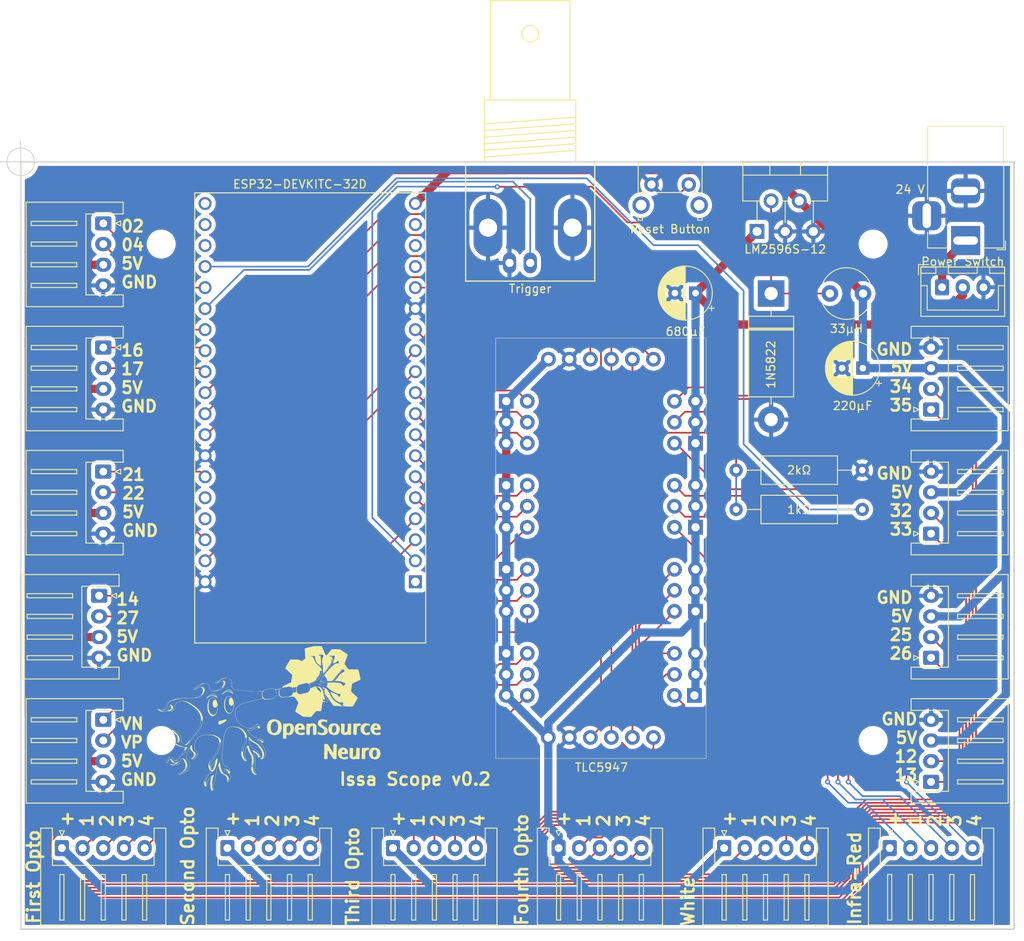
<source format=kicad_pcb>
(kicad_pcb (version 20221018) (generator pcbnew)
  (layers (0 "F.Cu" signal) (31 "B.Cu" signal) (34 "B.Paste" user) (35 "F.Paste" user) (36 "B.SilkS" user "B.Silkscreen") (37 "F.SilkS" user "F.Silkscreen") (38 "B.Mask" user) (39 "F.Mask" user) (44 "Edge.Cuts" user))
  (net 0 "")
  (net 1 "GNDREF")
  (net 2 "5V")
  (net 3 "Net-(D1-K)")
  (net 4 "Trigger")
  (net 5 "Net-(J36-Pad1)")
  (net 6 "3.3V")
  (net 7 "Net-(U1-EN)")
  (net 8 "Sensor_VP")
  (net 9 "Sensor_VN")
  (net 10 "GPIO34")
  (net 11 "GPIO35")
  (net 12 "GPIO32")
  (net 13 "GPIO33")
  (net 14 "GPIO25")
  (net 15 "GPIO26")
  (net 16 "GPIO27")
  (net 17 "GPIO14")
  (net 18 "GPIO12")
  (net 19 "GPIO13")
  (net 23 "MOSI")
  (net 24 "GPIO22")
  (net 27 "GPIO21")
  (net 28 "MISO")
  (net 29 "CLK")
  (net 30 "Latch")
  (net 31 "GPIO17")
  (net 32 "GPIO16")
  (net 33 "GPIO4")
  (net 34 "GPIO2")
  (net 38 "OE")
  (net 39 "FirstOpto1")
  (net 40 "FirstOpto2")
  (net 41 "FirstOpto3")
  (net 42 "FirstOpto4")
  (net 43 "SecondOpto1")
  (net 44 "SecondOpto2")
  (net 45 "SecondOpto3")
  (net 46 "SecondOpto4")
  (net 47 "ThirdOpto1")
  (net 48 "ThirdOpto2")
  (net 49 "ThirdOpto3")
  (net 50 "ThirdOpto4")
  (net 51 "FourthOpto1")
  (net 52 "FourthOpto2")
  (net 53 "FourthOpto3")
  (net 54 "FourthOpto4")
  (net 55 "White1")
  (net 56 "White2")
  (net 57 "White3")
  (net 58 "White4")
  (net 59 "IR1")
  (net 60 "IR2")
  (net 61 "IR3")
  (net 62 "IR4")
  (net 63 "VCC")
  (net 64 "Net-(U1-IO15)")
  (footprint "Connector_JST:JST_XH_S4B-XH-A_1x04_P2.50mm_Horizontal" (layer "F.Cu") (at 85 57.5 -90)
    (fp_text reference "J34")
    (fp_text value "Conn_01x04_Socket")
  )
  (footprint "Connector_JST:JST_XH_S4B-XH-A_1x04_P2.50mm_Horizontal" (layer "F.Cu") (at 185 125 90)
    (fp_text reference "J31")
    (fp_text value "Conn_01x04_Socket")
  )
  (footprint "MountingHole:MountingHole_3mm" (layer "F.Cu") (at 178 60)
    (fp_text reference "H2")
    (fp_text value "MountingHole")
  )
  (footprint "Connector_JST:JST_XH_S5B-XH-A_1x05_P2.50mm_Horizontal" (layer "F.Cu") (at 180 133)
    (fp_text reference "J6")
    (fp_text value "Conn_01x05_Socket")
  )
  (footprint "Connector_JST:JST_XH_S4B-XH-A_1x04_P2.50mm_Horizontal" (layer "F.Cu") (at 85 72.5 -90)
    (fp_text reference "J33")
    (fp_text value "Conn_01x04_Socket")
  )
  (footprint "Capacitor_THT:CP_Radial_D6.3mm_P2.50mm" (layer "F.Cu") (at 176.75738 75 180)
    (fp_text reference "C2")
    (fp_text value "220μF")
  )
  (footprint "Connector_BarrelJack:BarrelJack_Horizontal" (layer "F.Cu") (at 189.175 59.575 -90)
    (fp_text reference "J36")
    (fp_text value "24 V")
  )
  (footprint "Connector_JST:JST_XH_S5B-XH-A_1x05_P2.50mm_Horizontal" (layer "F.Cu") (at 140 133)
    (fp_text reference "J4")
    (fp_text value "Conn_01x05_Socket")
  )
  (footprint "Connector_JST:JST_XH_S5B-XH-A_1x05_P2.50mm_Horizontal" (layer "F.Cu") (at 160 133)
    (fp_text reference "J5")
    (fp_text value "Conn_01x05_Socket")
  )
  (footprint "Connector_JST:JST_XH_B3B-XH-A_1x03_P2.50mm_Vertical" (layer "F.Cu") (at 186.325 65.225)
    (fp_text reference "SW1")
    (fp_text value "Power Switch")
  )
  (footprint "Maxime:Spiky175h" (layer "F.Cu") (at 104.675 117.3)
    (fp_text reference "G***")
    (fp_text value "LOGO" hide)
  )
  (footprint "Connector_JST:JST_XH_S5B-XH-A_1x05_P2.50mm_Horizontal" (layer "F.Cu") (at 80 133)
    (fp_text reference "J1")
    (fp_text value "Conn_01x05_Socket")
  )
  (footprint "Resistor_THT:R_Axial_DIN0309_L9.0mm_D3.2mm_P15.24mm_Horizontal" (layer "F.Cu") (at 176.69 92.075 180)
    (fp_text reference "R1")
    (fp_text value "1kΩ")
  )
  (footprint "MountingHole:MountingHole_3mm" (layer "F.Cu") (at 178 120)
    (fp_text reference "H3")
    (fp_text value "MountingHole")
  )
  (footprint "Connector_JST:JST_XH_S4B-XH-A_1x04_P2.50mm_Horizontal" (layer "F.Cu") (at 185 110 90)
    (fp_text reference "J29")
    (fp_text value "Conn_01x04_Socket")
  )
  (footprint "Inductor_THT:L_Radial_D6.0mm_P4.00mm" (layer "F.Cu") (at 172.775 65.975)
    (fp_text reference "L1")
    (fp_text value "33μH")
  )
  (footprint "MountingHole:MountingHole_3mm" (layer "F.Cu") (at 92 60)
    (fp_text reference "H1")
    (fp_text value "MountingHole")
  )
  (footprint "Maxime:BNC_Socket_TYCO-AMP_LargePads" (layer "F.Cu") (at 136.575 57.275)
    (fp_text reference "J26")
    (fp_text value "Trigger")
  )
  (footprint "Connector_JST:JST_XH_S4B-XH-A_1x04_P2.50mm_Horizontal" (layer "F.Cu") (at 185 95 90)
    (fp_text reference "J28")
    (fp_text value "Conn_01x04_Socket")
  )
  (footprint "Capacitor_THT:CP_Radial_D6.3mm_P2.50mm" (layer "F.Cu") (at 156.55 65.925 180)
    (fp_text reference "C1")
    (fp_text value "680μF")
  )
  (footprint "Maxime:Maxi_TLC5947" (layer "F.Cu") (at 145.11 96.77)
    (fp_text reference "U2")
    (fp_text value "TLC5947")
  )
  (footprint "Package_TO_SOT_THT:TO-220-5_P3.4x3.7mm_StaggerOdd_Lead3.8mm_Vertical" (layer "F.Cu") (at 163.975 58.475)
    (fp_text reference "U3")
    (fp_text value "LM2596S-12")
  )
  (footprint "Connector_JST:JST_XH_S4B-XH-A_1x04_P2.50mm_Horizontal" (layer "F.Cu") (at 84.5 102.5 -90)
    (fp_text reference "J30")
    (fp_text value "Conn_01x04_Socket")
  )
  (footprint "Connector_JST:JST_XH_S4B-XH-A_1x04_P2.50mm_Horizontal" (layer "F.Cu") (at 185 80 90)
    (fp_text reference "J27")
    (fp_text value "Conn_01x04_Socket")
  )
  (footprint "Diode_THT:D_DO-201AD_P15.24mm_Horizontal" (layer "F.Cu") (at 165.675 65.975 -90)
    (fp_text reference "D1")
    (fp_text value "1N5822")
  )
  (footprint "MountingHole:MountingHole_3mm" (layer "F.Cu") (at 92 120)
    (fp_text reference "H4")
    (fp_text value "MountingHole")
  )
  (footprint "Maxime:MODULE_ESP32-DEVKITC-32D" (layer "F.Cu") (at 110 81.06 180)
    (fp_text reference "U1")
    (fp_text value "ESP32-DEVKITC-32D")
  )
  (footprint "Connector_JST:JST_XH_S5B-XH-A_1x05_P2.50mm_Horizontal" (layer "F.Cu") (at 120 133)
    (fp_text reference "J3")
    (fp_text value "Conn_01x05_Socket")
  )
  (footprint "Connector_JST:JST_XH_S5B-XH-A_1x05_P2.50mm_Horizontal" (layer "F.Cu") (at 100 133)
    (fp_text reference "J2")
    (fp_text value "Conn_01x05_Socket")
  )
  (footprint "Resistor_THT:R_Axial_DIN0309_L9.0mm_D3.2mm_P15.24mm_Horizontal" (layer "F.Cu") (at 176.69 87.325 180)
    (fp_text reference "R2")
    (fp_text value "2kΩ")
  )
  (footprint "Connector_JST:JST_XH_S4B-XH-A_1x04_P2.50mm_Horizontal" (layer "F.Cu") (at 85 87.5 -90)
    (fp_text reference "J32")
    (fp_text value "Conn_01x04_Socket")
  )
  (footprint "Button_Switch_THT:SW_Tactile_SPST_Angled_PTS645Vx39-2LFS" (layer "F.Cu") (at 151.225 52.8)
    (fp_text reference "SW2")
    (fp_text value "Reset Button")
  )
  (footprint "Connector_JST:JST_XH_S4B-XH-A_1x04_P2.50mm_Horizontal" (layer "F.Cu") (at 85 117.5 -90)
    (fp_text reference "J35")
    (fp_text value "Conn_01x04_Socket")
  )
  (gr_line (start 75.025 130.05) (end 75.025 50.05) (stroke (width 0.1)) (layer "Edge.Cuts"))
  (gr_rect (start 75.025 50.05) (end 195.025 142.8) (stroke (width 0.2)) (fill none) (layer "Edge.Cuts"))
  (gr_line (start 75.025 50.05) (end 195.025 50.05) (stroke (width 0.1)) (layer "Edge.Cuts"))
  (gr_line (start 195.025 50.05) (end 195.025 130.05) (stroke (width 0.1)) (layer "Edge.Cuts"))
  (gr_text "GND\n5V\n12\n13" (at 183.5 125) (layer "F.SilkS") (effects (font (size 1.4 1.4) (thickness 0.3) bold) (justify right bottom)))
  (gr_text "14\n27\n5V\nGND" (at 86.425 110.525) (layer "F.SilkS") (effects (font (size 1.4 1.4) (thickness 0.3) bold) (justify left bottom)))
  (gr_text "GND\n5V\n25\n26" (at 182.9 110.3) (layer "F.SilkS") (effects (font (size 1.4 1.4) (thickness 0.3) bold) (justify right bottom)))
  (gr_text "Fourth Opto" (at 136.425 142.525 90) (layer "F.SilkS") (effects (font (size 1.5 1.5) (thickness 0.3) bold) (justify left bottom)))
  (gr_text "+\n1\n2\n3\n4" (at 131.14 130.59 90) (layer "F.SilkS") (effects (font (size 1.5 1.5) (thickness 0.3) bold) (justify left bottom)))
  (gr_text "White" (at 156.5 142.6 90) (layer "F.SilkS") (effects (font (size 1.5 1.5) (thickness 0.3) bold) (justify left bottom)))
  (gr_text "16\n17\n5V\nGND" (at 87 80.425) (layer "F.SilkS") (effects (font (size 1.4 1.4) (thickness 0.3) bold) (justify left bottom)))
  (gr_text "Second Opto" (at 96.075 142.525 90) (layer "F.SilkS") (effects (font (size 1.5 1.5) (thickness 0.3) bold) (justify left bottom)))
  (gr_text "+\n1\n2\n3\n4" (at 171.14 130.59 90) (layer "F.SilkS") (effects (font (size 1.5 1.5) (thickness 0.3) bold) (justify left bottom)))
  (gr_text "+\n1\n2\n3\n4" (at 191.14 130.59 90) (layer "F.SilkS") (effects (font (size 1.5 1.5) (thickness 0.3) bold) (justify left bottom)))
  (gr_text "GND\n5V\n32\n33" (at 182.9 95.3) (layer "F.SilkS") (effects (font (size 1.4 1.4) (thickness 0.3) bold) (justify right bottom)))
  (gr_text "Third Opto" (at 116 142.475 90) (layer "F.SilkS") (effects (font (size 1.5 1.5) (thickness 0.3) bold) (justify left bottom)))
  (gr_text "+\n1\n2\n3\n4" (at 151.14 130.59 90) (layer "F.SilkS") (effects (font (size 1.5 1.5) (thickness 0.3) bold) (justify left bottom)))
  (gr_text "+\n1\n2\n3\n4" (at 91.14 130.59 90) (layer "F.SilkS") (effects (font (size 1.5 1.5) (thickness 0.3) bold) (justify left bottom)))
  (gr_text "VN\nVP\n5V\nGND" (at 86.975 125.55) (layer "F.SilkS") (effects (font (size 1.4 1.4) (thickness 0.3) bold) (justify left bottom)))
  (gr_text "+\n1\n2\n3\n4" (at 111.14 130.59 90) (layer "F.SilkS") (effects (font (size 1.5 1.5) (thickness 0.3) bold) (justify left bottom)))
  (gr_text "Issa Scope v0.2" (at 113.375 125.55) (layer "F.SilkS") (effects (font (size 1.5 1.5) (thickness 0.3) bold) (justify left bottom)))
  (gr_text "02\n04\n5V\nGND" (at 87.025 65.425) (layer "F.SilkS") (effects (font (size 1.4 1.4) (thickness 0.3) bold) (justify left bottom)))
  (gr_text "21\n22\n5V\nGND" (at 87.125 95.45) (layer "F.SilkS") (effects (font (size 1.4 1.4) (thickness 0.3) bold) (justify left bottom)))
  (gr_text "Infra-Red" (at 176.625 142.45 90) (layer "F.SilkS") (effects (font (size 1.5 1.5) (thickness 0.3) bold) (justify left bottom)))
  (gr_text "GND\n5V\n34\n35" (at 182.9 80.3) (layer "F.SilkS") (effects (font (size 1.4 1.4) (thickness 0.3) bold) (justify right bottom)))
  (gr_text "First Opto" (at 77.44 142.31 90) (layer "F.SilkS") (effects (font (size 1.5 1.5) (thickness 0.3) bold) (justify left bottom)))
  (target plus (at 75.025 50.05) (size 5) (width 0.1) (layer "Edge.Cuts"))
  (segment (start 76.025 58.025) (end 76.025 56.975) (width 1) (layer "F.Cu") (net 2))
  (segment (start 76.025 86.45) (end 76.025 86.95) (width 1) (layer "F.Cu") (net 2))
  (segment (start 81.1 107.5) (end 84.5 107.5) (width 1) (layer "F.Cu") (net 2))
  (segment (start 133.6 51.05) (end 126.75 51.05) (width 1) (layer "F.Cu") (net 2))
  (segment (start 76.025 73.025) (end 76.025 86.45) (width 1) (layer "F.Cu") (net 2))
  (segment (start 76.025 71.375) (end 76.025 72.35) (width 1) (layer "F.Cu") (net 2))
  (segment (start 126.75 51.05) (end 122.7 55.1) (width 1) (layer "F.Cu") (net 2))
  (segment (start 76.025 71.375) (end 76.025 73.025) (width 1) (layer "F.Cu") (net 2))
  (segment (start 81.6 122.5) (end 85 122.5) (width 1) (layer "F.Cu") (net 2))
  (segment (start 81.175 77.5) (end 85 77.5) (width 1) (layer "F.Cu") (net 2))
  (segment (start 76.025 88.025) (end 76.025 101.325) (width 1) (layer "F.Cu") (net 2))
  (segment (start 76.025 101.325) (end 76.025 103.025) (width 1) (layer "F.Cu") (net 2))
  (segment (start 81.575 92.5) (end 85 92.5) (width 1) (layer "F.Cu") (net 2))
  (segment (start 76.025 56.975) (end 76.025 55.025) (width 1) (layer "F.Cu") (net 2))
  (segment (start 76.025 103.025) (end 76.025 111.875) (width 1) (layer "F.Cu") (net 2))
  (segment (start 81.55 62.5) (end 76.025 56.975) (width 1) (layer "F.Cu") (net 2))
  (segment (start 173.325 59.025) (end 173.325 62.525) (width 1) (layer "F.Cu") (net 2))
  (segment (start 76.025 58.025) (end 76.025 60.95) (width 1) (layer "F.Cu") (net 2))
  (segment (start 76.025 86.95) (end 81.575 92.5) (width 1) (layer "F.Cu") (net 2))
  (segment (start 85 62.5) (end 81.55 62.5) (width 1) (layer "F.Cu") (net 2))
  (segment (start 76.025 60.95) (end 76.025 71.375) (width 1) (layer "F.Cu") (net 2))
  (segment (start 76.025 102.425) (end 81.1 107.5) (width 1) (layer "F.Cu") (net 2))
  (segment (start 76.025 55.025) (end 80 51.05) (width 1) (layer "F.Cu") (net 2))
  (segment (start 169.075 54.775) (end 173.325 59.025) (width 1) (layer "F.Cu") (net 2))
  (segment (start 76.025 72.35) (end 81.175 77.5) (width 1) (layer "F.Cu") (net 2))
  (segment (start 173.325 62.525) (end 176.775 65.975) (width 1) (layer "F.Cu") (net 2))
  (segment (start 80 51.05) (end 133.6 51.05) (width 1) (layer "F.Cu") (net 2))
  (segment (start 76.025 101.325) (end 76.025 102.425) (width 1) (layer "F.Cu") (net 2))
  (segment (start 76.025 113.975) (end 76.025 116.925) (width 1) (layer "F.Cu") (net 2))
  (segment (start 165.35 51.05) (end 169.075 54.775) (width 1) (layer "F.Cu") (net 2))
  (segment (start 76.025 111.875) (end 76.025 113.975) (width 1) (layer "F.Cu") (net 2))
  (segment (start 76.025 116.925) (end 81.6 122.5) (width 1) (layer "F.Cu") (net 2))
  (segment (start 76.025 86.45) (end 76.025 88.025) (width 1) (layer "F.Cu") (net 2))
  (segment (start 133.6 51.05) (end 165.35 51.05) (width 1) (layer "F.Cu") (net 2))
  (segment (start 194.025 99.475) (end 188.5 105) (width 1) (layer "B.Cu") (net 2))
  (segment (start 194.025 105.975) (end 194.025 113.95) (width 1) (layer "B.Cu") (net 2))
  (segment (start 176.75738 75) (end 176.75738 65.99262) (width 1) (layer "B.Cu") (net 2))
  (segment (start 185 75) (end 176.75738 75) (width 1) (layer "B.Cu") (net 2))
  (segment (start 188.5 105) (end 185 105) (width 1) (layer "B.Cu") (net 2))
  (segment (start 194.025 113.95) (end 194.025 114.45) (width 1) (layer "B.Cu") (net 2))
  (segment (start 194.025 82.175) (end 194.025 98.9) (width 1) (layer "B.Cu") (net 2))
  (segment (start 185 75) (end 188.525 75) (width 1) (layer "B.Cu") (net 2))
  (segment (start 194.025 114.45) (end 188.475 120) (width 1) (layer "B.Cu") (net 2))
  (segment (start 188.475 120) (end 185 120) (width 1) (layer "B.Cu") (net 2))
  (segment (start 194.025 80.5) (end 194.025 82.175) (width 1) (layer "B.Cu") (net 2))
  (segment (start 176.75738 65.99262) (end 176.775 65.975) (width 1) (layer "B.Cu") (net 2))
  (segment (start 194.025 98.9) (end 194.025 99.475) (width 1) (layer "B.Cu") (net 2))
  (segment (start 188.525 75) (end 194.025 80.5) (width 1) (layer "B.Cu") (net 2))
  (segment (start 188.275 90) (end 194.025 84.25) (width 1) (layer "B.Cu") (net 2))
  (segment (start 185 90) (end 188.275 90) (width 1) (layer "B.Cu") (net 2))
  (segment (start 194.025 84.25) (end 194.025 82.175) (width 1) (layer "B.Cu") (net 2))
  (segment (start 194.025 98.9) (end 194.025 105.975) (width 1) (layer "B.Cu") (net 2))
  (segment (start 165.675 65.975) (end 172.775 65.975) (width 0.2) (layer "F.Cu") (net 3))
  (segment (start 165.675 54.775) (end 165.675 65.975) (width 0.2) (layer "F.Cu") (net 3))
  (segment (start 97.3 67.8) (end 101.98 63.12) (width 0.2) (layer "B.Cu") (net 4))
  (segment (start 134.475 52.45) (end 136.575 54.55) (width 0.2) (layer "B.Cu") (net 4))
  (segment (start 120.559315 52.45) (end 134.475 52.45) (width 0.2) (layer "B.Cu") (net 4))
  (segment (start 101.98 63.12) (end 109.889314 63.12) (width 0.2) (layer "B.Cu") (net 4))
  (segment (start 136.575 54.55) (end 136.575 62.27626) (width 0.2) (layer "B.Cu") (net 4))
  (segment (start 109.889314 63.12) (end 120.559315 52.45) (width 0.2) (layer "B.Cu") (net 4))
  (segment (start 186.325 62.425) (end 189.175 59.575) (width 1) (layer "F.Cu") (net 5))
  (segment (start 186.325 65.225) (end 186.325 62.425) (width 1) (layer "F.Cu") (net 5))
  (segment (start 132.6 53.075) (end 144.025 53.075) (width 0.2) (layer "F.Cu") (net 7))
  (segment (start 148.3375 57.3875) (end 151.1375 57.3875) (width 0.2) (layer "F.Cu") (net 7))
  (segment (start 144.1875 53.2375) (end 144.3375 53.3875) (width 0.2) (layer "F.Cu") (net 7))
  (segment (start 144.3375 53.3875) (end 148.3375 57.3875) (width 0.2) (layer "F.Cu") (net 7))
  (segment (start 144.025 53.075) (end 144.3375 53.3875) (width 0.2) (layer "F.Cu") (net 7))
  (segment (start 151.1375 57.3875) (end 155.725 52.8) (width 0.2) (layer "F.Cu") (net 7))
  (via (at 132.6 53.075) (size 0.6) (drill 0.3) (layers "F.Cu" "B.Cu") (net 7))
  (segment (start 120.525 53.05) (end 117.5 56.075) (width 0.2) (layer "B.Cu") (net 7))
  (segment (start 132.6 53.075) (end 120.525 53.05) (width 0.2) (layer "B.Cu") (net 7))
  (segment (start 117.5 93.08) (end 122.7 98.28) (width 0.2) (layer "B.Cu") (net 7))
  (segment (start 117.5 56.075) (end 117.5 93.08) (width 0.2) (layer "B.Cu") (net 7))
  (segment (start 132.575 53.05) (end 132.6 53.075) (width 0.2) (layer "B.Cu") (net 7))
  (segment (start 95.925 109.1) (end 96.575 108.45) (width 0.2) (layer "F.Cu") (net 8))
  (segment (start 109.99 108.45) (end 122.7 95.74) (width 0.2) (layer "F.Cu") (net 8))
  (segment (start 96.575 108.45) (end 109.99 108.45) (width 0.2) (layer "F.Cu") (net 8))
  (segment (start 85 120) (end 95.9 109.1) (width 0.2) (layer "F.Cu") (net 8))
  (segment (start 95.9 109.1) (end 95.925 109.1) (width 0.2) (layer "F.Cu") (net 8))
  (segment (start 94.45 108.05) (end 85 117.5) (width 0.2) (layer "F.Cu") (net 9))
  (segment (start 122.7 93.2) (end 107.85 108.05) (width 0.2) (layer "F.Cu") (net 9))
  (segment (start 107.85 108.05) (end 94.45 108.05) (width 0.2) (layer "F.Cu") (net 9))
  (segment (start 178.3 129.925) (end 176.75 131.475) (width 0.2) (layer "F.Cu") (net 10))
  (segment (start 136.877455 139.774996) (end 136.877451 139.775) (width 0.2) (layer "F.Cu") (net 10))
  (segment (start 125.525 93.485) (end 122.7 90.66) (width 0.2) (layer "F.Cu") (net 10))
  (segment (start 185 77.5) (end 190.425 82.925) (width 0.2) (layer "F.Cu") (net 10))
  (segment (start 174.325 139.775) (end 136.877455 139.774996) (width 0.2) (layer "F.Cu") (net 10))
  (segment (start 176.75 131.475) (end 176.75 137.35) (width 0.2) (layer "F.Cu") (net 10))
  (segment (start 79.862256 139.775) (end 75.85 135.76274) (width 0.2) (layer "F.Cu") (net 10))
  (segment (start 187.859802 129.925) (end 178.3 129.925) (width 0.2) (layer "F.Cu") (net 10))
  (segment (start 176.75 137.35) (end 174.325 139.775) (width 0.2) (layer "F.Cu") (net 10))
  (segment (start 190.425 82.925) (end 190.424998 127.359804) (width 0.2) (layer "F.Cu") (net 10))
  (segment (start 125.525 103.186772) (end 125.525 93.485) (width 0.2) (layer "F.Cu") (net 10))
  (segment (start 136.877451 139.775) (end 79.862256 139.775) (width 0.2) (layer "F.Cu") (net 10))
  (segment (start 75.85 135.76274) (end 75.85 131.015198) (width 0.2) (layer "F.Cu") (net 10))
  (segment (start 75.85 131.015198) (end 80.490205 126.375) (width 0.2) (layer "F.Cu") (net 10))
  (segment (start 80.490205 126.375) (end 102.33677 126.375) (width 0.2) (layer "F.Cu") (net 10))
  (segment (start 190.424998 127.359804) (end 187.859802 129.925) (width 0.2) (layer "F.Cu") (net 10))
  (segment (start 102.33677 126.375) (end 125.525 103.186772) (width 0.2) (layer "F.Cu") (net 10))
  (segment (start 80.027942 139.375) (end 76.25 135.597055) (width 0.2) (layer "F.Cu") (net 11))
  (segment (start 190.025 85.025) (end 190.025 127.194116) (width 0.2) (layer "F.Cu") (net 11))
  (segment (start 185 80) (end 190.025 85.025) (width 0.2) (layer "F.Cu") (net 11))
  (segment (start 76.25 135.597055) (end 76.25 131.180884) (width 0.2) (layer "F.Cu") (net 11))
  (segment (start 125.925 103.352458) (end 125.925 91.345) (width 0.2) (layer "F.Cu") (net 11))
  (segment (start 111.574996 139.374996) (end 111.574992 139.375) (width 0.2) (layer "F.Cu") (net 11))
  (segment (start 111.574992 139.375) (end 80.027942 139.375) (width 0.2) (layer "F.Cu") (net 11))
  (segment (start 80.65589 126.775) (end 102.502455 126.775) (width 0.2) (layer "F.Cu") (net 11))
  (segment (start 76.25 131.180884) (end 80.65589 126.775) (width 0.2) (layer "F.Cu") (net 11))
  (segment (start 176.35 131.309314) (end 176.35 137.184314) (width 0.2) (layer "F.Cu") (net 11))
  (segment (start 104.101229 125.176229) (end 125.925 103.352458) (width 0.2) (layer "F.Cu") (net 11))
  (segment (start 125.925 91.345) (end 122.7 88.12) (width 0.2) (layer "F.Cu") (net 11))
  (segment (start 178.134315 129.525) (end 176.35 131.309314) (width 0.2) (layer "F.Cu") (net 11))
  (segment (start 102.502455 126.775) (end 104.101229 125.176229) (width 0.2) (layer "F.Cu") (net 11))
  (segment (start 174.159314 139.375) (end 111.574996 139.374996) (width 0.2) (layer "F.Cu") (net 11))
  (segment (start 190.025 127.194116) (end 187.694116 129.525) (width 0.2) (layer "F.Cu") (net 11))
  (segment (start 187.694116 129.525) (end 178.134315 129.525) (width 0.2) (layer "F.Cu") (net 11))
  (segment (start 176.35 137.184314) (end 174.159314 139.375) (width 0.2) (layer "F.Cu") (net 11))
  (segment (start 189.625 127.02843) (end 189.625 97.125) (width 0.2) (layer "F.Cu") (net 12))
  (segment (start 187.52843 129.125) (end 189.625 127.02843) (width 0.2) (layer "F.Cu") (net 12))
  (segment (start 175.95 136.925) (end 175.95 131.143628) (width 0.2) (layer "F.Cu") (net 12))
  (segment (start 126.338971 101.9) (end 126.338971 89.218971) (width 0.2) (layer "F.Cu") (net 12))
  (segment (start 126.338971 89.218971) (end 125.835 88.715) (width 0.2) (layer "F.Cu") (net 12))
  (segment (start 80.193626 138.974998) (end 173.9 138.975) (width 0.2) (layer "F.Cu") (net 12))
  (segment (start 102.668141 127.175) (end 80.821575 127.175) (width 0.2) (layer "F.Cu") (net 12))
  (segment (start 104.721572 125.121572) (end 126.338971 103.504172) (width 0.2) (layer "F.Cu") (net 12))
  (segment (start 122.7 85.58) (end 125.835 88.715) (width 0.2) (layer "F.Cu") (net 12))
  (segment (start 105.143144 124.7) (end 104.721572 125.121572) (width 0.2) (layer "F.Cu") (net 12))
  (segment (start 175.95 131.143628) (end 177.96863 129.125) (width 0.2) (layer "F.Cu") (net 12))
  (segment (start 76.65 135.43137) (end 80.193626 138.974998) (width 0.2) (layer "F.Cu") (net 12))
  (segment (start 76.65 131.34657) (end 76.65 135.43137) (width 0.2) (layer "F.Cu") (net 12))
  (segment (start 80.821575 127.175) (end 76.65 131.34657) (width 0.2) (layer "F.Cu") (net 12))
  (segment (start 126.338971 103.504172) (end 126.338971 101.9) (width 0.2) (layer "F.Cu") (net 12))
  (segment (start 173.9 138.975) (end 175.95 136.925) (width 0.2) (layer "F.Cu") (net 12))
  (segment (start 104.721572 125.121572) (end 102.668141 127.175) (width 0.2) (layer "F.Cu") (net 12))
  (segment (start 189.625 97.125) (end 185 92.5) (width 0.2) (layer "F.Cu") (net 12))
  (segment (start 177.96863 129.125) (end 187.52843 129.125) (width 0.2) (layer "F.Cu") (net 12))
  (segment (start 185 95) (end 187.2 97.2) (width 0.2) (layer "F.Cu") (net 13))
  (segment (start 80.98726 127.575) (end 102.833827 127.575) (width 0.2) (layer "F.Cu") (net 13))
  (segment (start 126.738971 103.669857) (end 126.738971 87.078971) (width 0.2) (layer "F.Cu") (net 13))
  (segment (start 189.225 99.15) (end 189.225 126.862744) (width 0.2) (layer "F.Cu") (net 13))
  (segment (start 77.05 131.512256) (end 80.98726 127.575) (width 0.2) (layer "F.Cu") (net 13))
  (segment (start 175.55 130.977942) (end 175.55 136.759314) (width 0.2) (layer "F.Cu") (net 13))
  (segment (start 187.275 97.2) (end 189.225 99.15) (width 0.2) (layer "F.Cu") (net 13))
  (segment (start 177.802945 128.725) (end 175.55 130.977942) (width 0.2) (layer "F.Cu") (net 13))
  (segment (start 77.05 135.265685) (end 77.05 131.512256) (width 0.2) (layer "F.Cu") (net 13))
  (segment (start 102.833827 127.575) (end 126.738971 103.669857) (width 0.2) (layer "F.Cu") (net 13))
  (segment (start 189.225 126.862744) (end 187.362744 128.725) (width 0.2) (layer "F.Cu") (net 13))
  (segment (start 187.362744 128.725) (end 177.802945 128.725) (width 0.2) (layer "F.Cu") (net 13))
  (segment (start 187.2 97.2) (end 187.275 97.2) (width 0.2) (layer "F.Cu") (net 13))
  (segment (start 173.734314 138.575) (end 80.359312 138.574998) (width 0.2) (layer "F.Cu") (net 13))
  (segment (start 126.738971 87.078971) (end 122.7 83.04) (width 0.2) (layer "F.Cu") (net 13))
  (segment (start 175.55 136.759314) (end 173.734314 138.575) (width 0.2) (layer "F.Cu") (net 13))
  (segment (start 80.359312 138.574998) (end 77.05 135.265685) (width 0.2) (layer "F.Cu") (net 13))
  (segment (start 80.525 138.175) (end 77.45 135.1) (width 0.2) (layer "F.Cu") (net 14))
  (segment (start 175.15 136.593628) (end 173.568628 138.175) (width 0.2) (layer "F.Cu") (net 14))
  (segment (start 188.825 126.697058) (end 187.197058 128.325) (width 0.2) (layer "F.Cu") (net 14))
  (segment (start 137.540197 138.175) (end 80.525 138.175) (width 0.2) (layer "F.Cu") (net 14))
  (segment (start 127.138971 103.835543) (end 127.138971 84.938971) (width 0.2) (layer "F.Cu") (net 14))
  (segment (start 177.63726 128.325) (end 175.15 130.812256) (width 0.2) (layer "F.Cu") (net 14))
  (segment (start 175.15 130.812256) (end 175.15 136.593628) (width 0.2) (layer "F.Cu") (net 14))
  (segment (start 185 107.5) (end 188.825 111.325) (width 0.2) (layer "F.Cu") (net 14))
  (segment (start 102.999513 127.975) (end 127.138971 103.835543) (width 0.2) (layer "F.Cu") (net 14))
  (segment (start 77.45 135.1) (end 77.45 131.677942) (width 0.2) (layer "F.Cu") (net 14))
  (segment (start 127.138971 84.938971) (end 122.7 80.5) (width 0.2) (layer "F.Cu") (net 14))
  (segment (start 77.45 131.677942) (end 81.152945 127.975) (width 0.2) (layer "F.Cu") (net 14))
  (segment (start 173.568628 138.175) (end 137.540199 138.174998) (width 0.2) (layer "F.Cu") (net 14))
  (segment (start 187.197058 128.325) (end 177.63726 128.325) (width 0.2) (layer "F.Cu") (net 14))
  (segment (start 137.540199 138.174998) (end 137.540197 138.175) (width 0.2) (layer "F.Cu") (net 14))
  (segment (start 188.825 111.325) (end 188.825 126.697058) (width 0.2) (layer "F.Cu") (net 14))
  (segment (start 81.152945 127.975) (end 102.999513 127.975) (width 0.2) (layer "F.Cu") (net 14))
  (segment (start 187.031372 127.925) (end 177.471575 127.925) (width 0.2) (layer "F.Cu") (net 15))
  (segment (start 77.85 131.843628) (end 81.31863 128.375) (width 0.2) (layer "F.Cu") (net 15))
  (segment (start 127.538971 104.001231) (end 127.538971 82.798971) (width 0.2) (layer "F.Cu") (net 15))
  (segment (start 77.85 134.93137) (end 77.85 131.843628) (width 0.2) (layer "F.Cu") (net 15))
  (segment (start 185 110) (end 188.425 113.425) (width 0.2) (layer "F.Cu") (net 15))
  (segment (start 188.425 126.531372) (end 187.031372 127.925) (width 0.2) (layer "F.Cu") (net 15))
  (segment (start 105.370101 126.170101) (end 127.538971 104.001231) (width 0.2) (layer "F.Cu") (net 15))
  (segment (start 177.471575 127.925) (end 174.750001 130.64657) (width 0.2) (layer "F.Cu") (net 15))
  (segment (start 103.165198 128.375) (end 105.370101 126.170101) (width 0.2) (layer "F.Cu") (net 15))
  (segment (start 173.402942 137.775) (end 80.693628 137.775) (width 0.2) (layer "F.Cu") (net 15))
  (segment (start 174.75 136.427942) (end 173.402942 137.775) (width 0.2) (layer "F.Cu") (net 15))
  (segment (start 127.538971 82.798971) (end 122.7 77.96) (width 0.2) (layer "F.Cu") (net 15))
  (segment (start 81.31863 128.375) (end 103.165198 128.375) (width 0.2) (layer "F.Cu") (net 15))
  (segment (start 174.750001 130.64657) (end 174.75 136.427942) (width 0.2) (layer "F.Cu") (net 15))
  (segment (start 188.425 113.425) (end 188.425 126.531372) (width 0.2) (layer "F.Cu") (net 15))
  (segment (start 80.693628 137.775) (end 77.85 134.93137) (width 0.2) (layer "F.Cu") (net 15))
  (segment (start 106.05 96.975) (end 98.025 105) (width 0.2) (layer "F.Cu") (net 16))
  (segment (start 106.05 92.07) (end 106.05 96.975) (width 0.2) (layer "F.Cu") (net 16))
  (segment (start 98.025 105) (end 84.5 105) (width 0.2) (layer "F.Cu") (net 16))
  (segment (start 122.7 75.42) (end 106.05 92.07) (width 0.2) (layer "F.Cu") (net 16))
  (segment (start 105.65 89.925) (end 105.65 94.75) (width 0.2) (layer "F.Cu") (net 17))
  (segment (start 105.65 94.75) (end 97.9 102.5) (width 0.2) (layer "F.Cu") (net 17))
  (segment (start 122.7 72.88) (end 105.655 89.925) (width 0.2) (layer "F.Cu") (net 17))
  (segment (start 97.9 102.5) (end 84.5 102.5) (width 0.2) (layer "F.Cu") (net 17))
  (segment (start 105.655 89.925) (end 105.65 89.925) (width 0.2) (layer "F.Cu") (net 17))
  (segment (start 80.859314 137.375) (end 78.25 134.765685) (width 0.2) (layer "F.Cu") (net 18))
  (segment (start 103.330884 128.775) (end 127.938971 104.166915) (width 0.2) (layer "F.Cu") (net 18))
  (segment (start 177.30589 127.525) (end 174.350001 130.480884) (width 0.2) (layer "F.Cu") (net 18))
  (segment (start 127.938971 104.166915) (end 127.938971 75.578971) (width 0.2) (layer "F.Cu") (net 18))
  (segment (start 78.25 134.765685) (end 78.25 132.009314) (width 0.2) (layer "F.Cu") (net 18))
  (segment (start 188.025 126.365686) (end 186.865686 127.525) (width 0.2) (layer "F.Cu") (net 18))
  (segment (start 185 122.5) (end 187.4 122.5) (width 0.2) (layer "F.Cu") (net 18))
  (segment (start 81.484315 128.775) (end 103.330884 128.775) (width 0.2) (layer "F.Cu") (net 18))
  (segment (start 186.865686 127.525) (end 177.30589 127.525) (width 0.2) (layer "F.Cu") (net 18))
  (segment (start 127.938971 75.578971) (end 122.7 70.34) (width 0.2) (layer "F.Cu") (net 18))
  (segment (start 174.35 136.262256) (end 173.237256 137.375) (width 0.2) (layer "F.Cu") (net 18))
  (segment (start 78.25 132.009314) (end 81.484315 128.775) (width 0.2) (layer "F.Cu") (net 18))
  (segment (start 188.025 123.125) (end 188.025 126.365686) (width 0.2) (layer "F.Cu") (net 18))
  (segment (start 174.350001 130.480884) (end 174.35 136.262256) (width 0.2) (layer "F.Cu") (net 18))
  (segment (start 187.4 122.5) (end 188.025 123.125) (width 0.2) (layer "F.Cu") (net 18))
  (segment (start 173.237256 137.375) (end 80.859314 137.375) (width 0.2) (layer "F.Cu") (net 18))
  (segment (start 126.785 65.26) (end 122.7 65.26) (width 0.2) (layer "F.Cu") (net 19))
  (segment (start 186.7 127.125) (end 177.140205 127.125) (width 0.2) (layer "F.Cu") (net 19))
  (segment (start 128.338971 66.813971) (end 126.785 65.26) (width 0.2) (layer "F.Cu") (net 19))
  (segment (start 185 125) (end 187.325 125) (width 0.2) (layer "F.Cu") (net 19))
  (segment (start 81.025 136.975) (end 78.65 134.6) (width 0.2) (layer "F.Cu") (net 19))
  (segment (start 187.625 125.3) (end 187.625 126.2) (width 0.2) (layer "F.Cu") (net 19))
  (segment (start 78.65 134.6) (end 78.65 132.175) (width 0.2) (layer "F.Cu") (net 19))
  (segment (start 187.625 126.2) (end 186.7 127.125) (width 0.2) (layer "F.Cu") (net 19))
  (segment (start 173.950002 130.315198) (end 173.95 136.09657) (width 0.2) (layer "F.Cu") (net 19))
  (segment (start 173.95 136.09657) (end 173.07157 136.975) (width 0.2) (layer "F.Cu") (net 19))
  (segment (start 78.65 132.175) (end 81.65 129.175) (width 0.2) (layer "F.Cu") (net 19))
  (segment (start 128.338971 104.332601) (end 128.338971 66.813971) (width 0.2) (layer "F.Cu") (net 19))
  (segment (start 177.140205 127.125) (end 173.950002 130.315198) (width 0.2) (layer "F.Cu") (net 19))
  (segment (start 187.325 125) (end 187.625 125.3) (width 0.2) (layer "F.Cu") (net 19))
  (segment (start 103.49657 129.175) (end 128.338971 104.332601) (width 0.2) (layer "F.Cu") (net 19))
  (segment (start 81.65 129.175) (end 103.49657 129.175) (width 0.2) (layer "F.Cu") (net 19))
  (segment (start 173.07157 136.975) (end 81.025 136.975) (width 0.2) (layer "F.Cu") (net 19))
  (segment (start 99.3 83.825) (end 99.3 96.28) (width 0.2) (layer "F.Cu") (net 23))
  (segment (start 130.677943 65.75) (end 128.927942 64) (width 0.2) (layer "F.Cu") (net 23))
  (segment (start 99.3 96.28) (end 97.3 98.28) (width 0.2) (layer "F.Cu") (net 23))
  (segment (start 119.125 64) (end 99.3 83.825) (width 0.2) (layer "F.Cu") (net 23))
  (segment (start 128.927942 64) (end 119.125 64) (width 0.2) (layer "F.Cu") (net 23))
  (segment (start 143.84 73.91) (end 143.84 67.987058) (width 0.2) (layer "F.Cu") (net 23))
  (segment (start 143.84 67.987058) (end 141.602942 65.75) (width 0.2) (layer "F.Cu") (net 23))
  (segment (start 141.602942 65.75) (end 130.677943 65.75) (width 0.2) (layer "F.Cu") (net 23))
  (segment (start 91.56 90) (end 97.3 95.74) (width 0.2) (layer "F.Cu") (net 24))
  (segment (start 85 90) (end 91.56 90) (width 0.2) (layer "F.Cu") (net 24))
  (segment (start 96.68 87.5) (end 97.3 88.12) (width 0.2) (layer "F.Cu") (net 27))
  (segment (start 85 87.5) (end 96.68 87.5) (width 0.2) (layer "F.Cu") (net 27))
  (segment (start 141.768628 65.35) (end 145.125 68.706372) (width 0.2) (layer "F.Cu") (net 28))
  (segment (start 145.125 68.706372) (end 145.125 118.345) (width 0.2) (layer "F.Cu") (net 28))
  (segment (start 119.05 61.45) (end 126.943628 61.45) (width 0.2) (layer "F.Cu") (net 28))
  (segment (start 145.125 118.345) (end 143.84 119.63) (width 0.2) (layer "F.Cu") (net 28))
  (segment (start 97.3 83.04) (end 97.46 83.04) (width 0.2) (layer "F.Cu") (net 28))
  (segment (start 126.943628 61.45) (end 130.843628 65.35) (width 0.2) (layer "F.Cu") (net 28))
  (segment (start 97.46 83.04) (end 119.05 61.45) (width 0.2) (layer "F.Cu") (net 28))
  (segment (start 130.843628 65.35) (end 141.768628 65.35) (width 0.2) (layer "F.Cu") (net 28))
  (segment (start 146.4 71.625) (end 146.4 69.415686) (width 0.2) (layer "F.Cu") (net 29))
  (segment (start 115.275 62.55) (end 116.375 61.45) (width 0.2) (layer "F.Cu") (net 29))
  (segment (start 146.38 71.645) (end 146.4 71.625) (width 0.2) (layer "F.Cu") (net 29))
  (segment (start 131.009314 64.95) (end 129.092157 63.032843) (width 0.2) (layer "F.Cu") (net 29))
  (segment (start 128.375 62.315686) (end 129.092157 63.032843) (width 0.2) (layer "F.Cu") (net 29))
  (segment (start 146.4 69.415686) (end 141.934314 64.95) (width 0.2) (layer "F.Cu") (net 29))
  (segment (start 141.934314 64.95) (end 131.009314 64.95) (width 0.2) (layer "F.Cu") (net 29))
  (segment (start 146.38 73.91) (end 146.38 71.645) (width 0.2) (layer "F.Cu") (net 29))
  (segment (start 118.925 58.9) (end 127.025 58.9) (width 0.2) (layer "F.Cu") (net 29))
  (segment (start 97.3 80.5) (end 106.275 71.525) (width 0.2) (layer "F.Cu") (net 29))
  (segment (start 106.275 71.525) (end 106.3 71.525) (width 0.2) (layer "F.Cu") (net 29))
  (segment (start 128.375 60.25) (end 128.375 62.315686) (width 0.2) (layer "F.Cu") (net 29))
  (segment (start 115.275 62.55) (end 118.925 58.9) (width 0.2) (layer "F.Cu") (net 29))
  (segment (start 127.025 58.9) (end 128.375 60.25) (width 0.2) (layer "F.Cu") (net 29))
  (segment (start 146.38 119.63) (end 146.38 73.91) (width 0.2) (layer "F.Cu") (net 29))
  (segment (start 106.3 71.525) (end 115.275 62.55) (width 0.2) (layer "F.Cu") (net 29))
  (segment (start 126.6 56.375) (end 128.775 58.55) (width 0.2) (layer "F.Cu") (net 30))
  (segment (start 150.625 121.775) (end 151.46 120.94) (width 0.2) (layer "F.Cu") (net 30))
  (segment (start 118.885 56.375) (end 97.3 77.96) (width 0.2) (layer "F.Cu") (net 30))
  (segment (start 108.225 67.035) (end 97.3 77.96) (width 0.2) (layer "F.Cu") (net 30))
  (segment (start 149.15 121.775) (end 150.625 121.775) (width 0.2) (layer "F.Cu") (net 30))
  (segment (start 131.175 64.55) (end 128.9125 62.2875) (width 0.2) (layer "F.Cu") (net 30))
  (segment (start 151.46 73.91) (end 142.1 64.55) (width 0.2) (layer "F.Cu") (net 30))
  (segment (start 128.775 62.15) (end 128.9125 62.2875) (width 0.2) (layer "F.Cu") (net 30))
  (segment (start 119.3 56.375) (end 118.885 56.375) (width 0.2) (layer "F.Cu") (net 30))
  (segment (start 128.775 58.55) (end 128.775 62.15) (width 0.2) (layer "F.Cu") (net 30))
  (segment (start 119.3 56.375) (end 126.6 56.375) (width 0.2) (layer "F.Cu") (net 30))
  (segment (start 142.1 64.55) (end 131.175 64.55) (width 0.2) (layer "F.Cu") (net 30))
  (segment (start 147.65 120.275) (end 149.15 121.775) (width 0.2) (layer "F.Cu") (net 30))
  (segment (start 151.46 120.94) (end 151.46 119.63) (width 0.2) (layer "F.Cu") (net 30))
  (segment (start 96.88 75) (end 97.3 75.42) (width 0.2) (layer "F.Cu") (net 31))
  (segment (start 85 75) (end 96.88 75) (width 0.2) (layer "F.Cu") (net 31))
  (segment (start 96.92 72.5) (end 97.3 72.88) (width 0.2) (layer "F.Cu") (net 32))
  (segment (start 85 72.5) (end 96.92 72.5) (width 0.2) (layer "F.Cu") (net 32))
  (segment (start 95.34 70.34) (end 97.3 70.34) (width 0.2) (layer "F.Cu") (net 33))
  (segment (start 85 60) (end 95.34 70.34) (width 0.2) (layer "F.Cu") (net 33))
  (segment (start 92.76 65.26) (end 97.3 65.26) (width 0.2) (layer "F.Cu") (net 34))
  (segment (start 85 57.5) (end 92.76 65.26) (width 0.2) (layer "F.Cu") (net 34))
  (segment (start 148.92 104.47) (end 148.9 104.45) (width 0.2) (layer "F.Cu") (net 38))
  (segment (start 148.92 73.91) (end 148.92 104.28) (width 0.2) (layer "F.Cu") (net 38))
  (segment (start 148.9 104.45) (end 148.9 104.3) (width 0.2) (layer "F.Cu") (net 38))
  (segment (start 148.92 104.28) (end 148.9 104.3) (width 0.2) (layer "F.Cu") (net 38))
  (segment (start 161.45 85.25) (end 161.45 87.325) (width 0.2) (layer "F.Cu") (net 38))
  (segment (start 148.9 104.3) (end 148.9 101.075) (width 0.2) (layer "F.Cu") (net 38))
  (segment (start 148.92 119.63) (end 148.92 104.47) (width 0.2) (layer "F.Cu") (net 38))
  (segment (start 148.92 78.495) (end 153.225 82.8) (width 0.2) (layer "F.Cu") (net 38))
  (segment (start 153.225 82.8) (end 159 82.8) (width 0.2) (layer "F.Cu") (net 38))
  (segment (start 148.92 73.91) (end 148.92 78.495) (width 0.2) (layer "F.Cu") (net 38))
  (segment (start 159 82.8) (end 161.45 85.25) (width 0.2) (layer "F.Cu") (net 38))
  (segment (start 161.45 87.325) (end 161.45 92.075) (width 0.2) (layer "B.Cu") (net 38))
  (segment (start 85.925 129.575) (end 103.662256 129.575) (width 0.2) (layer "F.Cu") (net 39))
  (segment (start 134.93 77.7) (end 136.22 78.99) (width 0.2) (layer "F.Cu") (net 39))
  (segment (start 128.738971 104.498285) (end 128.738971 81.386029) (width 0.2) (layer "F.Cu") (net 39))
  (segment (start 103.662256 129.575) (end 128.738971 104.498285) (width 0.2) (layer "F.Cu") (net 39))
  (segment (start 128.738971 81.386029) (end 132.425 77.7) (width 0.2) (layer "F.Cu") (net 39))
  (segment (start 82.5 133) (end 85.925 129.575) (width 0.2) (layer "F.Cu") (net 39))
  (segment (start 132.425 77.7) (end 134.93 77.7) (width 0.2) (layer "F.Cu") (net 39))
  (segment (start 129.138971 83.561029) (end 132.425 80.275) (width 0.2) (layer "F.Cu") (net 40))
  (segment (start 88.025 129.975) (end 103.827942 129.975) (width 0.2) (layer "F.Cu") (net 40))
  (segment (start 85 133) (end 88.025 129.975) (width 0.2) (layer "F.Cu") (net 40))
  (segment (start 134.965 80.275) (end 136.22 81.53) (width 0.2) (layer "F.Cu") (net 40))
  (segment (start 132.425 80.275) (end 134.965 80.275) (width 0.2) (layer "F.Cu") (net 40))
  (segment (start 103.827942 129.975) (end 129.138971 104.663971) (width 0.2) (layer "F.Cu") (net 40))
  (segment (start 129.138971 104.663971) (end 129.138971 83.561029) (width 0.2) (layer "F.Cu") (net 40))
  (segment (start 106.209315 128.159315) (end 129.538971 104.829656) (width 0.2) (layer "F.Cu") (net 41))
  (segment (start 129.538971 104.829656) (end 129.538971 103.925) (width 0.2) (layer "F.Cu") (net 41))
  (segment (start 106.209315 128.159315) (end 106.46863 127.9) (width 0.2) (layer "F.Cu") (net 41))
  (segment (start 132.425 82.8) (end 134.95 82.8) (width 0.2) (layer "F.Cu") (net 41))
  (segment (start 134.95 82.8) (end 136.22 84.07) (width 0.2) (layer "F.Cu") (net 41))
  (segment (start 129.538971 87.6) (end 129.538971 86.486029) (width 0.2) (layer "F.Cu") (net 41))
  (segment (start 87.5 133) (end 90.125 130.375) (width 0.2) (layer "F.Cu") (net 41))
  (segment (start 103.993628 130.375) (end 105.896814 128.471814) (width 0.2) (layer "F.Cu") (net 41))
  (segment (start 131.825 83.4) (end 129.538971 85.686029) (width 0.2) (layer "F.Cu") (net 41))
  (segment (start 131.825 83.4) (end 132.425 82.8) (width 0.2) (layer "F.Cu") (net 41))
  (segment (start 131.1 84.125) (end 131.825 83.4) (width 0.2) (layer "F.Cu") (net 41))
  (segment (start 129.538971 85.686029) (end 129.538971 87.6) (width 0.2) (layer "F.Cu") (net 41))
  (segment (start 129.538971 103.925) (end 129.538971 87.6) (width 0.2) (layer "F.Cu") (net 41))
  (segment (start 105.896814 128.471814) (end 106.209315 128.159315) (width 0.2) (layer "F.Cu") (net 41))
  (segment (start 90.125 130.375) (end 103.993628 130.375) (width 0.2) (layer "F.Cu") (net 41))
  (segment (start 134.945 90.425) (end 136.22 89.15) (width 0.2) (layer "F.Cu") (net 42))
  (segment (start 132.525 90.425) (end 134.945 90.425) (width 0.2) (layer "F.Cu") (net 42))
  (segment (start 129.938971 93.011029) (end 132.525 90.425) (width 0.2) (layer "F.Cu") (net 42))
  (segment (start 90 133) (end 92.225 130.775) (width 0.2) (layer "F.Cu") (net 42))
  (segment (start 104.159314 130.775) (end 129.938971 104.995343) (width 0.2) (layer "F.Cu") (net 42))
  (segment (start 92.225 130.775) (end 104.159314 130.775) (width 0.2) (layer "F.Cu") (net 42))
  (segment (start 129.938971 104.995343) (end 129.938971 93.011029) (width 0.2) (layer "F.Cu") (net 42))
  (segment (start 134.96 92.95) (end 136.22 91.69) (width 0.2) (layer "F.Cu") (net 43))
  (segment (start 130.338971 95.286029) (end 132.675 92.95) (width 0.2) (layer "F.Cu") (net 43))
  (segment (start 102.5 133) (end 130.338971 105.161029) (width 0.2) (layer "F.Cu") (net 43))
  (segment (start 130.338971 105.161029) (end 130.338971 95.286029) (width 0.2) (layer "F.Cu") (net 43))
  (segment (start 132.675 92.95) (end 134.96 92.95) (width 0.2) (layer "F.Cu") (net 43))
  (segment (start 130.75 99.7) (end 136.22 94.23) (width 0.2) (layer "F.Cu") (net 44))
  (segment (start 105 133) (end 130.75 107.25) (width 0.2) (layer "F.Cu") (net 44))
  (segment (start 130.75 107.25) (end 130.75 99.7) (width 0.2) (layer "F.Cu") (net 44))
  (segment (start 107.5 133) (end 131.15 109.35) (width 0.2) (layer "F.Cu") (net 45))
  (segment (start 131.15 101.7) (end 132.275 100.575) (width 0.2) (layer "F.Cu") (net 45))
  (segment (start 134.955 100.575) (end 136.22 99.31) (width 0.2) (layer "F.Cu") (net 45))
  (segment (start 131.15 109.35) (end 131.15 101.7) (width 0.2) (layer "F.Cu") (net 45))
  (segment (start 132.275 100.575) (end 134.955 100.575) (width 0.2) (layer "F.Cu") (net 45))
  (segment (start 131.55 111.45) (end 131.55 103.825) (width 0.2) (layer "F.Cu") (net 46))
  (segment (start 131.55 103.825) (end 132.25 103.125) (width 0.2) (layer "F.Cu") (net 46))
  (segment (start 110 133) (end 131.55 111.45) (width 0.2) (layer "F.Cu") (net 46))
  (segment (start 132.25 103.125) (end 134.945 103.125) (width 0.2) (layer "F.Cu") (net 46))
  (segment (start 134.945 103.125) (end 136.22 101.85) (width 0.2) (layer "F.Cu") (net 46))
  (segment (start 136.22 105.975) (end 136.22 104.39) (width 0.2) (layer "F.Cu") (net 47))
  (segment (start 122.5 121.065686) (end 131.95 111.615686) (width 0.2) (layer "F.Cu") (net 47))
  (segment (start 131.95 107.35) (end 132.4 106.9) (width 0.2) (layer "F.Cu") (net 47))
  (segment (start 135.295 106.9) (end 136.22 105.975) (width 0.2) (layer "F.Cu") (net 47))
  (segment (start 131.95 111.615686) (end 131.95 107.35) (width 0.2) (layer "F.Cu") (net 47))
  (segment (start 122.5 133) (end 122.5 121.065686) (width 0.2) (layer "F.Cu") (net 47))
  (segment (start 132.4 106.9) (end 135.295 106.9) (width 0.2) (layer "F.Cu") (net 47))
  (segment (start 125 133) (end 125 119.131372) (width 0.2) (layer "F.Cu") (net 48))
  (segment (start 125 119.131372) (end 132.35 111.781372) (width 0.2) (layer "F.Cu") (net 48))
  (segment (start 134.94 110.75) (end 136.22 109.47) (width 0.2) (layer "F.Cu") (net 48))
  (segment (start 132.35 111.781372) (end 132.35 111.225) (width 0.2) (layer "F.Cu") (net 48))
  (segment (start 132.825 110.75) (end 134.94 110.75) (width 0.2) (layer "F.Cu") (net 48))
  (segment (start 132.35 111.225) (end 132.825 110.75) (width 0.2) (layer "F.Cu") (net 48))
  (segment (start 127.5 133) (end 127.5 117.197058) (width 0.2) (layer "F.Cu") (net 49))
  (segment (start 127.5 117.197058) (end 131.422058 113.275) (width 0.2) (layer "F.Cu") (net 49))
  (segment (start 134.955 113.275) (end 136.22 112.01) (width 0.2) (layer "F.Cu") (net 49))
  (segment (start 131.422058 113.275) (end 134.955 113.275) (width 0.2) (layer "F.Cu") (net 49))
  (segment (start 130 133) (end 130 120.77) (width 0.2) (layer "F.Cu") (net 50))
  (segment (start 130 120.77) (end 136.22 114.55) (width 0.2) (layer "F.Cu") (net 50))
  (segment (start 143.773753 131.726247) (end 142.5 133) (width 0.2) (layer "F.Cu") (net 51))
  (segment (start 154 114.55) (end 155.168628 115.718628) (width 0.2) (layer "F.Cu") (net 51))
  (segment (start 145.198753 131.726247) (end 143.773753 131.726247) (width 0.2) (layer "F.Cu") (net 51))
  (segment (start 155.168628 121.756371) (end 145.198753 131.726247) (width 0.2) (layer "F.Cu") (net 51))
  (segment (start 155.168628 115.718628) (end 155.168628 121.756371) (width 0.2) (layer "F.Cu") (net 51))
  (segment (start 138.875 134.975) (end 138.0375 134.1375) (width 0.2) (layer "F.Cu") (net 52))
  (segment (start 153.729657 122.629657) (end 154.768628 121.590686) (width 0.2) (layer "F.Cu") (net 52))
  (segment (start 138.0375 134.1375) (end 138.0375 131.6125) (width 0.2) (layer "F.Cu") (net 52))
  (segment (start 151.975 113.025) (end 152.99 112.01) (width 0.2) (layer "F.Cu") (net 52))
  (segment (start 145 133) (end 143.025 134.975) (width 0.2) (layer "F.Cu") (net 52))
  (segment (start 143.025 134.975) (end 138.875 134.975) (width 0.2) (layer "F.Cu") (net 52))
  (segment (start 139.425 130.225) (end 146.134314 130.225) (width 0.2) (layer "F.Cu") (net 52))
  (segment (start 154.768628 117.518629) (end 151.9875 114.7375) (width 0.2) (layer "F.Cu") (net 52))
  (segment (start 138.0375 131.6125) (end 139.425 130.225) (width 0.2) (layer "F.Cu") (net 52))
  (segment (start 154.768628 121.590686) (end 154.768628 117.518629) (width 0.2) (layer "F.Cu") (net 52))
  (segment (start 151.9875 113.0375) (end 151.975 113.025) (width 0.2) (layer "F.Cu") (net 52))
  (segment (start 152.99 112.01) (end 154 112.01) (width 0.2) (layer "F.Cu") (net 52))
  (segment (start 151.9875 114.7375) (end 151.9875 113.0375) (width 0.2) (layer "F.Cu") (net 52))
  (segment (start 152.584314 123.775) (end 153.729657 122.629657) (width 0.2) (layer "F.Cu") (net 52))
  (segment (start 146.134314 130.225) (end 153.729657 122.629657) (width 0.2) (layer "F.Cu") (net 52))
  (segment (start 137.6375 131.446814) (end 139.284315 129.8) (width 0.2) (layer "F.Cu") (net 53))
  (segment (start 138.425 135.1) (end 138.7 135.375) (width 0.2) (layer "F.Cu") (net 53))
  (segment (start 150.52 111.455) (end 152.505 109.47) (width 0.2) (layer "F.Cu") (net 53))
  (segment (start 152.505 109.47) (end 154 109.47) (width 0.2) (layer "F.Cu") (net 53))
  (segment (start 153.159313 122.634313) (end 154.368628 121.424997) (width 0.2) (layer "F.Cu") (net 53))
  (segment (start 150.52 113.835686) (end 150.52 111.455) (width 0.2) (layer "F.Cu") (net 53))
  (segment (start 154.368628 121.424997) (end 154.368628 117.684314) (width 0.2) (layer "F.Cu") (net 53))
  (segment (start 138.7 135.375) (end 145.125 135.375) (width 0.2) (layer "F.Cu") (net 53))
  (segment (start 139.284315 129.8) (end 145.95 129.8) (width 0.2) (layer "F.Cu") (net 53))
  (segment (start 145.95 129.8) (end 145.971814 129.821814) (width 0.2) (layer "F.Cu") (net 53))
  (segment (start 154.368628 117.684314) (end 150.52 113.835686) (width 0.2) (layer "F.Cu") (net 53))
  (segment (start 138.425 135.1) (end 137.6375 134.3125) (width 0.2) (layer "F.Cu") (net 53))
  (segment (start 137.6375 134.3125) (end 137.6375 131.446814) (width 0.2) (layer "F.Cu") (net 53))
  (segment (start 145.971814 129.821814) (end 153.159313 122.634313) (width 0.2) (layer "F.Cu") (net 53))
  (segment (start 145.125 135.375) (end 147.5 133) (width 0.2) (layer "F.Cu") (net 53))
  (segment (start 152.418628 123.375) (end 153.159313 122.634313) (width 0.2) (layer "F.Cu") (net 53))
  (segment (start 150.12 114.001372) (end 150.12 108.27) (width 0.2) (layer "F.Cu") (net 54))
  (segment (start 145.827942 129.4) (end 153.038971 122.188971) (width 0.2) (layer "F.Cu") (net 54))
  (segment (start 152.252942 122.975) (end 153.038971 122.188971) (width 0.2) (layer "F.Cu") (net 54))
  (segment (start 138.534314 135.775) (end 137.954657 135.195343) (width 0.2) (layer "F.Cu") (net 54))
  (segment (start 150 133) (end 148.35 134.65) (width 0.2) (layer "F.Cu") (net 54))
  (segment (start 137.954657 135.195343) (end 137.2375 134.478185) (width 0.2) (layer "F.Cu") (net 54))
  (segment (start 153.038971 122.188971) (end 153.968628 121.259312) (width 0.2) (layer "F.Cu") (net 54))
  (segment (start 147.225 135.775) (end 138.534314 135.775) (width 0.2) (layer "F.Cu") (net 54))
  (segment (start 153.968628 121.259312) (end 153.968628 117.850002) (width 0.2) (layer "F.Cu") (net 54))
  (segment (start 148.35 134.65) (end 147.225 135.775) (width 0.2) (layer "F.Cu") (net 54))
  (segment (start 137.2375 134.478185) (end 137.2375 131.281128) (width 0.2) (layer "F.Cu") (net 54))
  (segment (start 153.968628 117.850002) (end 150.12 114.001372) (width 0.2) (layer "F.Cu") (net 54))
  (segment (start 150.12 108.27) (end 154 104.39) (width 0.2) (layer "F.Cu") (net 54))
  (segment (start 139.11863 129.4) (end 145.827942 129.4) (width 0.2) (layer "F.Cu") (net 54))
  (segment (start 137.2375 131.281128) (end 139.11863 129.4) (width 0.2) (layer "F.Cu") (net 54))
  (segment (start 159.325 136.175) (end 138.368628 136.175) (width 0.2) (layer "F.Cu") (net 55))
  (segment (start 153.568628 121.093628) (end 153.568628 118.015687) (width 0.2) (layer "F.Cu") (net 55))
  (segment (start 138.952945 129) (end 145.662256 129) (width 0.2) (layer "F.Cu") (net 55))
  (segment (start 162.5 133) (end 159.325 136.175) (width 0.2) (layer "F.Cu") (net 55))
  (segment (start 149.72 106.13) (end 154 101.85) (width 0.2) (layer "F.Cu") (net 55))
  (segment (start 136.8375 134.64387) (end 136.8375 131.115442) (width 0.2) (layer "F.Cu") (net 55))
  (segment (start 149.72 114.167058) (end 149.72 106.13) (width 0.2) (layer "F.Cu") (net 55))
  (segment (start 153.568628 118.015687) (end 149.72 114.167058) (width 0.2) (layer "F.Cu") (net 55))
  (segment (start 138.368628 136.175) (end 136.8375 134.64387) (width 0.2) (layer "F.Cu") (net 55))
  (segment (start 145.662256 129) (end 153.568628 121.093628) (width 0.2) (layer "F.Cu") (net 55))
  (segment (start 136.8375 131.115442) (end 138.952945 129) (width 0.2) (layer "F.Cu") (net 55))
  (segment (start 138.202943 136.575) (end 136.4375 134.809555) (width 0.2) (layer "F.Cu") (net 56))
  (segment (start 165 133) (end 161.425 136.575) (width 0.2) (layer "F.Cu") (net 56))
  (segment (start 161.425 136.575) (end 138.202943 136.575) (width 0.2) (layer "F.Cu") (net 56))
  (segment (start 149.32 114.332744) (end 149.32 103.99) (width 0.2) (layer "F.Cu") (net 56))
  (segment (start 149.32 103.99) (end 154 99.31) (width 0.2) (layer "F.Cu") (net 56))
  (segment (start 136.4375 130.949756) (end 138.78726 128.6) (width 0.2) (layer "F.Cu") (net 56))
  (segment (start 138.78726 128.6) (end 145.49657 128.6) (width 0.2) (layer "F.Cu") (net 56))
  (segment (start 145.49657 128.6) (end 153.168628 120.927942) (width 0.2) (layer "F.Cu") (net 56))
  (segment (start 136.4375 134.809555) (end 136.4375 130.949756) (width 0.2) (layer "F.Cu") (net 56))
  (segment (start 153.168628 118.181372) (end 149.32 114.332744) (width 0.2) (layer "F.Cu") (net 56))
  (segment (start 153.168628 120.927942) (end 153.168628 118.181372) (width 0.2) (layer "F.Cu") (net 56))
  (segment (start 167.5 107.73) (end 154 94.23) (width 0.2) (layer "F.Cu") (net 57))
  (segment (start 167.5 133) (end 167.5 107.73) (width 0.2) (layer "F.Cu") (net 57))
  (segment (start 170 133) (end 170 103.25) (width 0.2) (layer "F.Cu") (net 58))
  (segment (start 161.475 94.725) (end 159.7 92.95) (width 0.2) (layer "F.Cu") (net 58))
  (segment (start 155.26 92.95) (end 154 91.69) (width 0.2) (layer "F.Cu") (net 58))
  (segment (start 159.7 92.95) (end 155.26 92.95) (width 0.2) (layer "F.Cu") (net 58))
  (segment (start 170 103.25) (end 161.475 94.725) (width 0.2) (layer "F.Cu") (net 58))
  (segment (start 154 89.15) (end 155.275 90.425) (width 0.2) (layer "F.Cu") (net 59))
  (segment (start 172.5 110.075) (end 172.5 125) (width 0.2) (layer "F.Cu") (net 59))
  (segment (start 180.825 101.75) (end 172.5 110.075) (width 0.2) (layer "F.Cu") (net 59))
  (segment (start 179.709314 90.425) (end 180.825 91.540686) (width 0.2) (layer "F.Cu") (net 59))
  (segment (start 155.275 90.425) (end 179.709314 90.425) (width 0.2) (layer "F.Cu") (net 59))
  (segment (start 180.825 91.540686) (end 180.825 101.75) (width 0.2) (layer "F.Cu") (net 59))
  (via (at 172.5 125) (size 0.6) (drill 0.3) (layers "F.Cu" "B.Cu") (net 59))
  (segment (start 175 127.525) (end 172.5 125.025) (width 0.2) (layer "B.Cu") (net 59))
  (segment (start 172.5 125) (end 172.475 125) (width 0.2) (layer "B.Cu") (net 59))
  (segment (start 177.025 127.525) (end 175 127.525) (width 0.2) (layer "B.Cu") (net 59))
  (segment (start 172.5 125.025) (end 172.5 125) (width 0.2) (layer "B.Cu") (net 59))
  (segment (start 172.475 125) (end 172.475 125) (width 0.2) (layer "B.Cu") (net 59))
  (segment (start 182.5 133) (end 177.025 127.525) (width 0.2) (layer "B.Cu") (net 59))
  (segment (start 159.690686 89.625) (end 154.135686 84.07) (width 0.2) (layer "F.Cu") (net 60))
  (segment (start 176.345343 106.795343) (end 181.225 101.915686) (width 0.2) (layer "F.Cu") (net 60))
  (segment (start 179.475 89.625) (end 159.690686 89.625) (width 0.2) (layer "F.Cu") (net 60))
  (segment (start 181.225 91.375) (end 179.475 89.625) (width 0.2) (layer "F.Cu") (net 60))
  (segment (start 173.75 109.390686) (end 173.75 125) (width 0.2) (layer "F.Cu") (net 60))
  (segment (start 181.225 101.915686) (end 181.225 91.375) (width 0.2) (layer "F.Cu") (net 60))
  (segment (start 176.345343 106.795343) (end 175.025 108.115686) (width 0.2) (layer "F.Cu") (net 60))
  (segment (start 154.135686 84.07) (end 154 84.07) (width 0.2) (layer "F.Cu") (net 60))
  (segment (start 176.345343 106.795343) (end 173.75 109.390686) (width 0.2) (layer "F.Cu") (net 60))
  (via (at 173.75 125) (size 0.6) (drill 0.3) (layers "F.Cu" "B.Cu") (net 60))
  (via (at 173.75 125) (size 0.6) (drill 0.3) (layers "F.Cu" "B.Cu") (net 60))
  (segment (start 173.725 125) (end 173.725 125) (width 0.2) (layer "B.Cu") (net 60))
  (segment (start 179.125 127.125) (end 175.85 127.125) (width 0.2) (layer "B.Cu") (net 60))
  (segment (start 173.75 125.025) (end 173.75 125) (width 0.2) (layer "B.Cu") (net 60))
  (segment (start 175.85 127.125) (end 173.75 125.025) (width 0.2) (layer "B.Cu") (net 60))
  (segment (start 179.775 127.775) (end 179.125 127.125) (width 0.2) (layer "B.Cu") (net 60))
  (segment (start 185 133) (end 180.0875 128.0875) (width 0.2) (layer "B.Cu") (net 60))
  (segment (start 180.0875 128.0875) (end 179.775 127.775) (width 0.2) (layer "B.Cu") (net 60))
  (segment (start 173.75 125) (end 173.725 125) (width 0.2) (layer "B.Cu") (net 60))
  (segment (start 173.775 78.725) (end 160.825 78.725) (width 0.2) (layer "F.Cu") (net 61))
  (segment (start 159.275 80.275) (end 155.255 80.275) (width 0.2) (layer "F.Cu") (net 61))
  (segment (start 175 125) (end 175 108.706372) (width 0.2) (layer "F.Cu") (net 61))
  (segment (start 155.255 80.275) (end 154 81.53) (width 0.2) (layer "F.Cu") (net 61))
  (segment (start 181.625 102.081372) (end 181.625 86.575) (width 0.2) (layer "F.Cu") (net 61))
  (segment (start 175 108.706372) (end 181.625 102.081372) (width 0.2) (layer "F.Cu") (net 61))
  (segment (start 181.625 86.575) (end 173.775 78.725) (width 0.2) (layer "F.Cu") (net 61))
  (segment (start 160.825 78.725) (end 159.275 80.275) (width 0.2) (layer "F.Cu") (net 61))
  (via (at 175 125) (size 0.6) (drill 0.3) (layers "F.Cu" "B.Cu") (net 61))
  (segment (start 181.225 126.725) (end 176.725 126.725) (width 0.2) (layer "B.Cu") (net 61))
  (segment (start 187.5 133) (end 182.525 128.025) (width 0.2) (layer "B.Cu") (net 61))
  (segment (start 182.525 128.025) (end 181.225 126.725) (width 0.2) (layer "B.Cu") (net 61))
  (segment (start 176.725 126.725) (end 175 125) (width 0.2) (layer "B.Cu") (net 61))
  (segment (start 157.775 77.325) (end 158.775 78.325) (width 0.2) (layer "F.Cu") (net 62))
  (segment (start 182.025 125) (end 182.025 86.409314) (width 0.2) (layer "F.Cu") (net 62))
  (segment (start 155.665 77.325) (end 154 78.99) (width 0.2) (layer "F.Cu") (net 62))
  (segment (start 157.775 77.325) (end 155.665 77.325) (width 0.2) (layer "F.Cu") (net 62))
  (segment (start 158.775 78.325) (end 173.940686 78.325) (width 0.2) (layer "F.Cu") (net 62))
  (segment (start 180.632843 85.017157) (end 181.0625 85.446815) (width 0.2) (layer "F.Cu") (net 62))
  (segment (start 157.975 77.325) (end 157.775 77.325) (width 0.2) (layer "F.Cu") (net 62))
  (segment (start 182.025 86.409314) (end 180.632843 85.017157) (width 0.2) (layer "F.Cu") (net 62))
  (segment (start 173.940686 78.325) (end 180.632843 85.017157) (width 0.2) (layer "F.Cu") (net 62))
  (via (at 182.025 125) (size 0.6) (drill 0.3) (layers "F.Cu" "B.Cu") (net 62))
  (segment (start 182.025 125) (end 182.025 125.025) (width 0.2) (layer "B.Cu") (net 62))
  (segment (start 182 125) (end 182.025 125) (width 0.2) (layer "B.Cu") (net 62))
  (segment (start 182.025 125.025) (end 190 133) (width 0.2) (layer "B.Cu") (net 62))
  (segment (start 156.55 78.98) (end 156.54 78.99) (width 1) (layer "F.Cu") (net 63))
  (segment (start 156.55 65.925) (end 160.35 69.725) (width 1) (layer "F.Cu") (net 63))
  (segment (start 158.325 64.125) (end 158.325 64.15) (width 1) (layer "F.Cu") (net 63))
  (segment (start 158.325 64.15) (end 156.55 65.925) (width 1) (layer "F.Cu") (net 63))
  (segment (start 156.54 114.42) (end 156.41 114.55) (width 1) (layer "F.Cu") (net 63))
  (segment (start 185.296258 69.725) (end 160.35 69.725) (width 1) (layer "F.Cu") (net 63))
  (segment (start 133.68 78.99) (end 133.69 78.99) (width 1) (layer "F.Cu") (net 63))
  (segment (start 133.68 89.15) (end 133.68 84.07) (width 1) (layer "F.Cu") (net 63))
  (segment (start 158.325 64.125) (end 163.975 58.475) (width 1) (layer "F.Cu") (net 63))
  (segment (start 188.825 65.225) (end 188.825 66.196258) (width 1) (layer "F.Cu") (net 63))
  (segment (start 188.825 66.196258) (end 185.296258 69.725) (width 1) (layer "F.Cu") (net 63))
  (segment (start 138.76 119.63) (end 133.68 114.55) (width 1) (layer "B.Cu") (net 63))
  (segment (start 156.54 101.85) (end 156.54 104.39) (width 1) (layer "B.Cu") (net 63))
  (segment (start 156.54 112.01) (end 156.54 114.42) (width 1) (layer "B.Cu") (net 63))
  (segment (start 133.68 114.55) (end 133.68 112.01) (width 1) (layer "B.Cu") (net 63))
  (segment (start 156.54 94.23) (end 156.54 99.31) (width 1) (layer "B.Cu") (net 63))
  (segment (start 156.54 104.39) (end 156.54 105.235) (width 1) (layer "B.Cu") (net 63))
  (segment (start 156.54 81.53) (end 156.54 84.07) (width 1) (layer "B.Cu") (net 63))
  (segment (start 133.68 104.39) (end 133.68 101.85) (width 1) (layer "B.Cu") (net 63))
  (segment (start 138.76 130.275) (end 138.76 119.63) (width 1) (layer "B.Cu") (net 63))
  (segment (start 133.68 112.01) (end 133.68 109.47) (width 1) (layer "B.Cu") (net 63))
  (segment (start 133.68 99.31) (end 133.68 94.23) (width 1) (layer "B.Cu") (net 63))
  (segment (start 138.76 117.885) (end 138.75 117.875) (width 1) (layer "B.Cu") (net 63))
  (segment (start 156.54 99.31) (end 156.54 101.85) (width 1) (layer "B.Cu") (net 63))
  (segment (start 140 131.515) (end 140 133) (width 1) (layer "B.Cu") (net 63))
  (segment (start 156.54 91.69) (end 156.54 94.23) (width 1) (layer "B.Cu") (net 63))
  (segment (start 133.69 78.99) (end 138.77 73.91) (width 1) (layer "B.Cu") (net 63))
  (segment (start 105.15 138.15) (end 100 133) (width 1) (layer "B.Cu") (net 63))
  (segment (start 156.54 89.15) (end 156.54 91.69) (width 1) (layer "B.Cu") (net 63))
  (segment (start 149.675 106.95) (end 139.6 117.025) (width 1) (layer "B.Cu") (net 63))
  (segment (start 156.54 84.07) (end 156.54 89.15) (width 1) (layer "B.Cu") (net 63))
  (segment (start 133.68 91.69) (end 133.68 89.15) (width 1) (layer "B.Cu") (net 63))
  (segment (start 133.68 94.23) (end 133.68 91.69) (width 1) (layer "B.Cu") (net 63))
  (segment (start 138.75 117.875) (end 139.6 117.025) (width 1) (layer "B.Cu") (net 63))
  (segment (start 140 133) (end 140 134.675) (width 1) (layer "B.Cu") (net 63))
  (segment (start 156.54 105.235) (end 154.825 106.95) (width 1) (layer "B.Cu") (net 63))
  (segment (start 154.85 138.15) (end 160 133) (width 1) (layer "B.Cu") (net 63))
  (segment (start 156.54 109.47) (end 156.54 112.01) (width 1) (layer "B.Cu") (net 63))
  (segment (start 154.825 106.95) (end 149.675 106.95) (width 1) (layer "B.Cu") (net 63))
  (segment (start 128.2 138.15) (end 125.15 138.15) (width 1) (layer "B.Cu") (net 63))
  (segment (start 145.8 138.15) (end 151.95 138.15) (width 1) (layer "B.Cu") (net 63))
  (segment (start 109.35 138.15) (end 85.15 138.15) (width 1) (layer "B.Cu") (net 63))
  (segment (start 143.475 138.15) (end 145.8 138.15) (width 1) (layer "B.Cu") (net 63))
  (segment (start 138.76 119.63) (end 138.76 117.885) (width 1) (layer "B.Cu") (net 63))
  (segment (start 138.76 130.275) (end 140 131.515) (width 1) (layer "B.Cu") (net 63))
  (segment (start 133.68 81.53) (end 133.68 78.99) (width 1) (layer "B.Cu") (net 63))
  (segment (start 109.35 138.15) (end 105.15 138.15) (width 1) (layer "B.Cu") (net 63))
  (segment (start 156.55 65.925) (end 156.55 78.98) (width 1) (layer "B.Cu") (net 63))
  (segment (start 85.15 138.15) (end 80 133) (width 1) (layer "B.Cu") (net 63))
  (segment (start 133.68 84.07) (end 133.68 81.53) (width 1) (layer "B.Cu") (net 63))
  (segment (start 125.15 138.15) (end 120 133) (width 1) (layer "B.Cu") (net 63))
  (segment (start 145.8 138.15) (end 128.2 138.15) (width 1) (layer "B.Cu") (net 63))
  (segment (start 128.2 138.15) (end 109.35 138.15) (width 1) (layer "B.Cu") (net 63))
  (segment (start 156.54 104.39) (end 156.54 109.47) (width 1) (layer "B.Cu") (net 63))
  (segment (start 151.95 138.15) (end 154.85 138.15) (width 1) (layer "B.Cu") (net 63))
  (segment (start 151.95 138.15) (end 174.85 138.15) (width 1) (layer "B.Cu") (net 63))
  (segment (start 174.85 138.15) (end 180 133) (width 1) (layer "B.Cu") (net 63))
  (segment (start 133.68 109.47) (end 133.68 104.39) (width 1) (layer "B.Cu") (net 63))
  (segment (start 133.68 101.85) (end 133.68 99.31) (width 1) (layer "B.Cu") (net 63))
  (segment (start 140 134.675) (end 143.475 138.15) (width 1) (layer "B.Cu") (net 63))
  (segment (start 156.54 78.99) (end 156.54 81.53) (width 1) (layer "B.Cu") (net 63))
  (segment (start 97.3 62.72) (end 109.723629 62.72) (width 0.2) (layer "B.Cu") (net 64))
  (segment (start 162.35 65.65) (end 162.35 84.175) (width 0.2) (layer "B.Cu") (net 64))
  (segment (start 162.35 84.175) (end 170.25 92.075) (width 0.2) (layer "B.Cu") (net 64))
  (segment (start 120.393629 52.05) (end 143.4 52.05) (width 0.2) (layer "B.Cu") (net 64))
  (segment (start 151.487868 60.137868) (end 156.837868 60.137868) (width 0.2) (layer "B.Cu") (net 64))
  (segment (start 109.723629 62.72) (end 120.393629 52.05) (width 0.2) (layer "B.Cu") (net 64))
  (segment (start 156.837868 60.137868) (end 162.35 65.65) (width 0.2) (layer "B.Cu") (net 64))
  (segment (start 170.25 92.075) (end 176.69 92.075) (width 0.2) (layer "B.Cu") (net 64))
  (segment (start 143.4 52.05) (end 151.487868 60.137868) (width 0.2) (layer "B.Cu") (net 64))
  (zone (net 1) (net_name "GNDREF") (layer "B.Cu") (connect_pads (clearance 0.5)) (min_thickness 0.25) (fill yes (thermal_gap 0.5) (thermal_bridge_width 0.5))
    (polygon (pts (xy 75.025 50.05) (xy 195 50.075) (xy 195.025 142.8) (xy 75.025 142.8)))
  )
)
</source>
